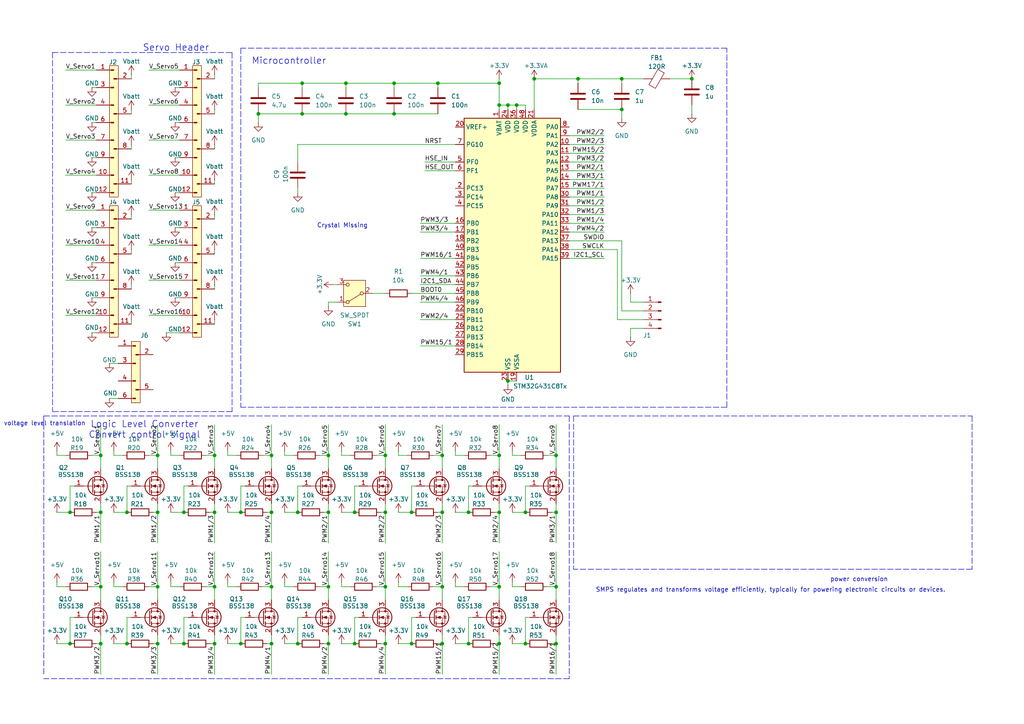
<source format=kicad_sch>
(kicad_sch (version 20231120) (generator "eeschema") (generator_version "8.0")
  (paper "A4")
  (junction (at 53.34 186.69))
  (junction (at 69.85 148.59))
  (junction (at 78.74 148.59))
  (junction (at 45.72 170.18))
  (junction (at 114.3 33.02))
  (junction (at 86.36 186.69))
  (junction (at 86.36 148.59))
  (junction (at 62.23 148.59))
  (junction (at 29.21 148.59))
  (junction (at 111.76 132.08))
  (junction (at 111.76 170.18))
  (junction (at 100.33 24.13))
  (junction (at 102.87 148.59))
  (junction (at 161.29 132.08))
  (junction (at 127 24.13))
  (junction (at 144.78 148.59))
  (junction (at 53.34 148.59))
  (junction (at 45.72 148.59))
  (junction (at 128.27 170.18))
  (junction (at 144.78 186.69))
  (junction (at 128.27 186.69))
  (junction (at 29.21 132.08))
  (junction (at 144.78 170.18))
  (junction (at 95.25 148.59))
  (junction (at 144.78 132.08))
  (junction (at 78.74 132.08))
  (junction (at 62.23 132.08))
  (junction (at 78.74 170.18))
  (junction (at 161.29 186.69))
  (junction (at 45.72 186.69))
  (junction (at 95.25 170.18))
  (junction (at 200.66 22.86))
  (junction (at 149.86 30.48))
  (junction (at 62.23 170.18))
  (junction (at 128.27 132.08))
  (junction (at 161.29 148.59))
  (junction (at 95.25 132.08))
  (junction (at 100.33 33.02))
  (junction (at 20.32 186.69))
  (junction (at 62.23 186.69))
  (junction (at 87.63 24.13))
  (junction (at 111.76 148.59))
  (junction (at 167.64 22.86))
  (junction (at 128.27 148.59))
  (junction (at 95.25 186.69))
  (junction (at 111.76 186.69))
  (junction (at 45.72 132.08))
  (junction (at 119.38 148.59))
  (junction (at 119.38 186.69))
  (junction (at 147.32 110.49))
  (junction (at 69.85 186.69))
  (junction (at 152.4 186.69))
  (junction (at 144.78 24.13))
  (junction (at 78.74 186.69))
  (junction (at 36.83 186.69))
  (junction (at 29.21 170.18))
  (junction (at 180.34 31.75))
  (junction (at 87.63 33.02))
  (junction (at 180.34 22.86))
  (junction (at 135.89 148.59))
  (junction (at 152.4 148.59))
  (junction (at 161.29 170.18))
  (junction (at 74.93 33.02))
  (junction (at 154.94 22.86))
  (junction (at 144.78 30.48))
  (junction (at 147.32 30.48))
  (junction (at 29.21 186.69))
  (junction (at 135.89 186.69))
  (junction (at 20.32 148.59))
  (junction (at 114.3 24.13))
  (junction (at 36.83 148.59))
  (junction (at 102.87 186.69))
  (wire (pts (xy 16.51 148.59) (xy 20.32 148.59)))
  (wire (pts (xy 16.51 186.69) (xy 20.32 186.69)))
  (wire (pts (xy 111.76 170.18) (xy 111.76 173.99)))
  (wire (pts (xy 26.67 45.72) (xy 27.94 45.72)))
  (wire (pts (xy 82.55 132.08) (xy 85.09 132.08)))
  (wire (pts (xy 123.19 46.99) (xy 132.08 46.99)))
  (wire (pts (xy 100.33 24.13) (xy 114.3 24.13)))
  (wire (pts (xy 76.2 132.08) (xy 78.74 132.08)))
  (wire (pts (xy 111.76 146.05) (xy 111.76 148.59)))
  (wire (pts (xy 60.96 148.59) (xy 62.23 148.59)))
  (wire (pts (xy 29.21 123.19) (xy 29.21 132.08)))
  (wire (pts (xy 43.18 50.8) (xy 52.07 50.8)))
  (polyline (pts (xy 210.82 118.11) (xy 69.85 118.11)) (stroke (width 0) (type dash)))
  (wire (pts (xy 43.18 170.18) (xy 45.72 170.18)))
  (wire (pts (xy 43.18 91.44) (xy 52.07 91.44)))
  (wire (pts (xy 62.23 186.69) (xy 62.23 195.58)))
  (wire (pts (xy 74.93 24.13) (xy 87.63 24.13)))
  (wire (pts (xy 76.2 170.18) (xy 78.74 170.18)))
  (wire (pts (xy 128.27 186.69) (xy 128.27 195.58)))
  (wire (pts (xy 165.1 67.31) (xy 175.26 67.31)))
  (wire (pts (xy 62.23 184.15) (xy 62.23 186.69)))
  (wire (pts (xy 29.21 170.18) (xy 29.21 173.99)))
  (wire (pts (xy 161.29 160.02) (xy 161.29 170.18)))
  (wire (pts (xy 43.18 30.48) (xy 52.07 30.48)))
  (wire (pts (xy 74.93 33.02) (xy 74.93 35.56)))
  (wire (pts (xy 78.74 184.15) (xy 78.74 186.69)))
  (wire (pts (xy 45.72 146.05) (xy 45.72 148.59)))
  (wire (pts (xy 142.24 132.08) (xy 144.78 132.08)))
  (polyline (pts (xy 281.94 165.1) (xy 166.37 165.1)) (stroke (width 0) (type dash)))
  (polyline (pts (xy 165.1 196.85) (xy 12.7 196.85)) (stroke (width 0) (type dash)))
  (wire (pts (xy 132.08 130.81) (xy 132.08 132.08)))
  (wire (pts (xy 165.1 74.93) (xy 175.26 74.93)))
  (wire (pts (xy 62.23 146.05) (xy 62.23 148.59)))
  (wire (pts (xy 26.67 25.4) (xy 27.94 25.4)))
  (wire (pts (xy 19.05 20.32) (xy 27.94 20.32)))
  (wire (pts (xy 50.8 25.4) (xy 52.07 25.4)))
  (wire (pts (xy 95.25 148.59) (xy 95.25 157.48)))
  (wire (pts (xy 111.76 184.15) (xy 111.76 186.69)))
  (wire (pts (xy 99.06 130.81) (xy 99.06 132.08)))
  (wire (pts (xy 147.32 110.49) (xy 147.32 111.76)))
  (wire (pts (xy 16.51 170.18) (xy 19.05 170.18)))
  (wire (pts (xy 158.75 132.08) (xy 161.29 132.08)))
  (wire (pts (xy 62.23 22.86) (xy 62.23 21.59)))
  (wire (pts (xy 104.14 179.07) (xy 102.87 179.07)))
  (wire (pts (xy 50.8 76.2) (xy 52.07 76.2)))
  (wire (pts (xy 96.52 82.55) (xy 97.79 82.55)))
  (wire (pts (xy 143.51 186.69) (xy 144.78 186.69)))
  (wire (pts (xy 99.06 186.69) (xy 102.87 186.69)))
  (wire (pts (xy 86.36 41.91) (xy 132.08 41.91)))
  (wire (pts (xy 144.78 30.48) (xy 144.78 31.75)))
  (wire (pts (xy 33.02 132.08) (xy 35.56 132.08)))
  (wire (pts (xy 120.65 140.97) (xy 119.38 140.97)))
  (wire (pts (xy 161.29 132.08) (xy 161.29 135.89)))
  (wire (pts (xy 127 186.69) (xy 128.27 186.69)))
  (wire (pts (xy 19.05 91.44) (xy 27.94 91.44)))
  (wire (pts (xy 152.4 179.07) (xy 152.4 186.69)))
  (wire (pts (xy 132.08 148.59) (xy 135.89 148.59)))
  (wire (pts (xy 165.1 41.91) (xy 175.26 41.91)))
  (wire (pts (xy 66.04 148.59) (xy 69.85 148.59)))
  (wire (pts (xy 144.78 123.19) (xy 144.78 132.08)))
  (wire (pts (xy 121.92 100.33) (xy 132.08 100.33)))
  (wire (pts (xy 182.88 87.63) (xy 186.69 87.63)))
  (wire (pts (xy 82.55 170.18) (xy 85.09 170.18)))
  (wire (pts (xy 128.27 148.59) (xy 128.27 157.48)))
  (wire (pts (xy 86.36 179.07) (xy 86.36 186.69)))
  (wire (pts (xy 165.1 62.23) (xy 175.26 62.23)))
  (wire (pts (xy 114.3 33.02) (xy 127 33.02)))
  (wire (pts (xy 31.75 105.41) (xy 34.29 105.41)))
  (wire (pts (xy 194.31 22.86) (xy 200.66 22.86)))
  (wire (pts (xy 115.57 186.69) (xy 119.38 186.69)))
  (wire (pts (xy 54.61 179.07) (xy 53.34 179.07)))
  (polyline (pts (xy 166.37 120.65) (xy 166.37 165.1)) (stroke (width 0) (type dash)))
  (wire (pts (xy 26.67 170.18) (xy 29.21 170.18)))
  (wire (pts (xy 50.8 55.88) (xy 52.07 55.88)))
  (wire (pts (xy 144.78 184.15) (xy 144.78 186.69)))
  (wire (pts (xy 186.69 95.25) (xy 182.88 95.25)))
  (wire (pts (xy 142.24 170.18) (xy 144.78 170.18)))
  (wire (pts (xy 148.59 130.81) (xy 148.59 132.08)))
  (wire (pts (xy 121.92 87.63) (xy 132.08 87.63)))
  (polyline (pts (xy 165.1 120.65) (xy 165.1 196.85)) (stroke (width 0) (type dash)))
  (wire (pts (xy 33.02 168.91) (xy 33.02 170.18)))
  (wire (pts (xy 165.1 52.07) (xy 175.26 52.07)))
  (wire (pts (xy 167.64 31.75) (xy 180.34 31.75)))
  (wire (pts (xy 49.53 132.08) (xy 52.07 132.08)))
  (wire (pts (xy 137.16 179.07) (xy 135.89 179.07)))
  (wire (pts (xy 20.32 140.97) (xy 20.32 148.59)))
  (wire (pts (xy 62.23 43.18) (xy 62.23 41.91)))
  (wire (pts (xy 38.1 83.82) (xy 38.1 82.55)))
  (wire (pts (xy 121.92 74.93) (xy 132.08 74.93)))
  (wire (pts (xy 69.85 140.97) (xy 69.85 148.59)))
  (wire (pts (xy 165.1 57.15) (xy 175.26 57.15)))
  (wire (pts (xy 115.57 168.91) (xy 115.57 170.18)))
  (polyline (pts (xy 67.31 119.38) (xy 15.24 119.38)) (stroke (width 0) (type dash)))
  (wire (pts (xy 147.32 30.48) (xy 149.86 30.48)))
  (wire (pts (xy 93.98 186.69) (xy 95.25 186.69)))
  (wire (pts (xy 53.34 179.07) (xy 53.34 186.69)))
  (wire (pts (xy 95.25 87.63) (xy 97.79 87.63)))
  (wire (pts (xy 86.36 140.97) (xy 86.36 148.59)))
  (wire (pts (xy 115.57 130.81) (xy 115.57 132.08)))
  (wire (pts (xy 95.25 88.9) (xy 95.25 87.63)))
  (wire (pts (xy 99.06 168.91) (xy 99.06 170.18)))
  (wire (pts (xy 20.32 179.07) (xy 20.32 186.69)))
  (wire (pts (xy 62.23 148.59) (xy 62.23 157.48)))
  (wire (pts (xy 62.23 123.19) (xy 62.23 132.08)))
  (wire (pts (xy 179.07 92.71) (xy 186.69 92.71)))
  (wire (pts (xy 69.85 179.07) (xy 69.85 186.69)))
  (wire (pts (xy 50.8 45.72) (xy 52.07 45.72)))
  (wire (pts (xy 87.63 24.13) (xy 100.33 24.13)))
  (wire (pts (xy 44.45 148.59) (xy 45.72 148.59)))
  (polyline (pts (xy 12.7 120.65) (xy 165.1 120.65)) (stroke (width 0) (type dash)))
  (wire (pts (xy 149.86 30.48) (xy 152.4 30.48)))
  (wire (pts (xy 119.38 140.97) (xy 119.38 148.59)))
  (wire (pts (xy 144.78 146.05) (xy 144.78 148.59)))
  (wire (pts (xy 95.25 146.05) (xy 95.25 148.59)))
  (wire (pts (xy 43.18 132.08) (xy 45.72 132.08)))
  (wire (pts (xy 49.53 186.69) (xy 53.34 186.69)))
  (wire (pts (xy 92.71 132.08) (xy 95.25 132.08)))
  (wire (pts (xy 43.18 40.64) (xy 52.07 40.64)))
  (wire (pts (xy 144.78 160.02) (xy 144.78 170.18)))
  (wire (pts (xy 127 148.59) (xy 128.27 148.59)))
  (wire (pts (xy 153.67 179.07) (xy 152.4 179.07)))
  (wire (pts (xy 59.69 170.18) (xy 62.23 170.18)))
  (wire (pts (xy 180.34 22.86) (xy 167.64 22.86)))
  (wire (pts (xy 38.1 53.34) (xy 38.1 52.07)))
  (polyline (pts (xy 12.7 120.65) (xy 12.7 195.58)) (stroke (width 0) (type dash)))
  (wire (pts (xy 49.53 130.81) (xy 49.53 132.08)))
  (wire (pts (xy 182.88 95.25) (xy 182.88 97.79)))
  (wire (pts (xy 143.51 148.59) (xy 144.78 148.59)))
  (polyline (pts (xy 15.24 15.24) (xy 67.31 15.24)) (stroke (width 0) (type dash)))
  (wire (pts (xy 161.29 170.18) (xy 161.29 173.99)))
  (wire (pts (xy 54.61 140.97) (xy 53.34 140.97)))
  (wire (pts (xy 78.74 146.05) (xy 78.74 148.59)))
  (wire (pts (xy 21.59 179.07) (xy 20.32 179.07)))
  (wire (pts (xy 27.94 148.59) (xy 29.21 148.59)))
  (polyline (pts (xy 210.82 118.11) (xy 210.82 13.97)) (stroke (width 0) (type dash)))
  (wire (pts (xy 160.02 186.69) (xy 161.29 186.69)))
  (wire (pts (xy 180.34 90.17) (xy 180.34 69.85)))
  (wire (pts (xy 95.25 123.19) (xy 95.25 132.08)))
  (wire (pts (xy 78.74 186.69) (xy 78.74 195.58)))
  (wire (pts (xy 154.94 22.86) (xy 154.94 31.75)))
  (wire (pts (xy 144.78 148.59) (xy 144.78 157.48)))
  (wire (pts (xy 121.92 64.77) (xy 132.08 64.77)))
  (wire (pts (xy 33.02 148.59) (xy 36.83 148.59)))
  (wire (pts (xy 78.74 148.59) (xy 78.74 157.48)))
  (wire (pts (xy 182.88 85.09) (xy 182.88 87.63)))
  (wire (pts (xy 43.18 20.32) (xy 52.07 20.32)))
  (polyline (pts (xy 67.31 15.24) (xy 67.31 119.38)) (stroke (width 0) (type dash)))
  (wire (pts (xy 82.55 168.91) (xy 82.55 170.18)))
  (wire (pts (xy 121.92 80.01) (xy 132.08 80.01)))
  (wire (pts (xy 135.89 140.97) (xy 135.89 148.59)))
  (wire (pts (xy 115.57 132.08) (xy 118.11 132.08)))
  (wire (pts (xy 38.1 179.07) (xy 36.83 179.07)))
  (wire (pts (xy 71.12 140.97) (xy 69.85 140.97)))
  (wire (pts (xy 19.05 60.96) (xy 27.94 60.96)))
  (wire (pts (xy 102.87 140.97) (xy 102.87 148.59)))
  (wire (pts (xy 66.04 132.08) (xy 68.58 132.08)))
  (wire (pts (xy 62.23 73.66) (xy 62.23 72.39)))
  (wire (pts (xy 43.18 71.12) (xy 52.07 71.12)))
  (wire (pts (xy 87.63 179.07) (xy 86.36 179.07)))
  (wire (pts (xy 44.45 186.69) (xy 45.72 186.69)))
  (wire (pts (xy 95.25 132.08) (xy 95.25 135.89)))
  (wire (pts (xy 152.4 140.97) (xy 152.4 148.59)))
  (wire (pts (xy 62.23 53.34) (xy 62.23 52.07)))
  (wire (pts (xy 92.71 170.18) (xy 95.25 170.18)))
  (wire (pts (xy 19.05 30.48) (xy 27.94 30.48)))
  (wire (pts (xy 121.92 82.55) (xy 132.08 82.55)))
  (wire (pts (xy 127 25.4) (xy 127 24.13)))
  (wire (pts (xy 111.76 132.08) (xy 111.76 135.89)))
  (wire (pts (xy 180.34 22.86) (xy 186.69 22.86)))
  (wire (pts (xy 200.66 30.48) (xy 200.66 33.02)))
  (wire (pts (xy 107.95 85.09) (xy 111.76 85.09)))
  (wire (pts (xy 165.1 46.99) (xy 175.26 46.99)))
  (wire (pts (xy 165.1 59.69) (xy 175.26 59.69)))
  (wire (pts (xy 144.78 186.69) (xy 144.78 195.58)))
  (polyline (pts (xy 69.85 13.97) (xy 69.85 118.11)) (stroke (width 0) (type dash)))
  (wire (pts (xy 33.02 170.18) (xy 35.56 170.18)))
  (wire (pts (xy 152.4 30.48) (xy 152.4 31.75)))
  (wire (pts (xy 60.96 186.69) (xy 62.23 186.69)))
  (wire (pts (xy 38.1 33.02) (xy 38.1 31.75)))
  (wire (pts (xy 111.76 123.19) (xy 111.76 132.08)))
  (wire (pts (xy 29.21 132.08) (xy 29.21 135.89)))
  (wire (pts (xy 74.93 33.02) (xy 87.63 33.02)))
  (wire (pts (xy 26.67 76.2) (xy 27.94 76.2)))
  (wire (pts (xy 102.87 179.07) (xy 102.87 186.69)))
  (wire (pts (xy 160.02 148.59) (xy 161.29 148.59)))
  (wire (pts (xy 50.8 86.36) (xy 52.07 86.36)))
  (wire (pts (xy 109.22 170.18) (xy 111.76 170.18)))
  (wire (pts (xy 45.72 132.08) (xy 45.72 135.89)))
  (wire (pts (xy 180.34 31.75) (xy 180.34 30.48)))
  (wire (pts (xy 45.72 160.02) (xy 45.72 170.18)))
  (wire (pts (xy 144.78 170.18) (xy 144.78 173.99)))
  (wire (pts (xy 38.1 93.98) (xy 38.1 92.71)))
  (wire (pts (xy 165.1 69.85) (xy 180.34 69.85)))
  (wire (pts (xy 148.59 132.08) (xy 151.13 132.08)))
  (wire (pts (xy 165.1 49.53) (xy 175.26 49.53)))
  (wire (pts (xy 74.93 25.4) (xy 74.93 24.13)))
  (wire (pts (xy 43.18 81.28) (xy 52.07 81.28)))
  (wire (pts (xy 132.08 186.69) (xy 135.89 186.69)))
  (wire (pts (xy 82.55 130.81) (xy 82.55 132.08)))
  (wire (pts (xy 165.1 64.77) (xy 175.26 64.77)))
  (wire (pts (xy 132.08 132.08) (xy 134.62 132.08)))
  (wire (pts (xy 148.59 186.69) (xy 152.4 186.69)))
  (wire (pts (xy 45.72 184.15) (xy 45.72 186.69)))
  (wire (pts (xy 95.25 160.02) (xy 95.25 170.18)))
  (wire (pts (xy 99.06 148.59) (xy 102.87 148.59)))
  (wire (pts (xy 19.05 81.28) (xy 27.94 81.28)))
  (wire (pts (xy 165.1 54.61) (xy 175.26 54.61)))
  (wire (pts (xy 161.29 186.69) (xy 161.29 195.58)))
  (wire (pts (xy 31.75 115.57) (xy 34.29 115.57)))
  (wire (pts (xy 120.65 179.07) (xy 119.38 179.07)))
  (wire (pts (xy 38.1 22.86) (xy 38.1 21.59)))
  (wire (pts (xy 29.21 146.05) (xy 29.21 148.59)))
  (wire (pts (xy 29.21 160.02) (xy 29.21 170.18)))
  (wire (pts (xy 26.67 66.04) (xy 27.94 66.04)))
  (wire (pts (xy 148.59 148.59) (xy 152.4 148.59)))
  (wire (pts (xy 71.12 179.07) (xy 69.85 179.07)))
  (wire (pts (xy 125.73 170.18) (xy 128.27 170.18)))
  (wire (pts (xy 87.63 33.02) (xy 100.33 33.02)))
  (wire (pts (xy 128.27 146.05) (xy 128.27 148.59)))
  (wire (pts (xy 109.22 132.08) (xy 111.76 132.08)))
  (wire (pts (xy 77.47 186.69) (xy 78.74 186.69)))
  (wire (pts (xy 78.74 170.18) (xy 78.74 173.99)))
  (wire (pts (xy 82.55 186.69) (xy 86.36 186.69)))
  (wire (pts (xy 100.33 24.13) (xy 100.33 25.4)))
  (wire (pts (xy 128.27 170.18) (xy 128.27 173.99)))
  (wire (pts (xy 16.51 132.08) (xy 19.05 132.08)))
  (wire (pts (xy 121.92 67.31) (xy 132.08 67.31)))
  (wire (pts (xy 180.34 24.13) (xy 180.34 22.86)))
  (wire (pts (xy 114.3 24.13) (xy 114.3 25.4)))
  (wire (pts (xy 26.67 96.52) (xy 27.94 96.52)))
  (wire (pts (xy 128.27 132.08) (xy 128.27 135.89)))
  (wire (pts (xy 144.78 132.08) (xy 144.78 135.89)))
  (wire (pts (xy 50.8 35.56) (xy 52.07 35.56)))
  (wire (pts (xy 111.76 160.02) (xy 111.76 170.18)))
  (wire (pts (xy 45.72 186.69) (xy 45.72 195.58)))
  (wire (pts (xy 167.64 22.86) (xy 154.94 22.86)))
  (wire (pts (xy 95.25 170.18) (xy 95.25 173.99)))
  (wire (pts (xy 29.21 184.15) (xy 29.21 186.69)))
  (wire (pts (xy 19.05 40.64) (xy 27.94 40.64)))
  (wire (pts (xy 99.06 170.18) (xy 101.6 170.18)))
  (wire (pts (xy 165.1 44.45) (xy 175.26 44.45)))
  (wire (pts (xy 38.1 140.97) (xy 36.83 140.97)))
  (wire (pts (xy 110.49 148.59) (xy 111.76 148.59)))
  (wire (pts (xy 33.02 130.81) (xy 33.02 132.08)))
  (wire (pts (xy 49.53 148.59) (xy 53.34 148.59)))
  (wire (pts (xy 147.32 30.48) (xy 147.32 31.75)))
  (wire (pts (xy 87.63 24.13) (xy 87.63 25.4)))
  (wire (pts (xy 127 24.13) (xy 144.78 24.13)))
  (wire (pts (xy 62.23 83.82) (xy 62.23 82.55)))
  (wire (pts (xy 48.26 96.52) (xy 52.07 96.52)))
  (wire (pts (xy 99.06 132.08) (xy 101.6 132.08)))
  (polyline (pts (xy 281.94 120.65) (xy 281.94 165.1)) (stroke (width 0) (type dash)))
  (wire (pts (xy 29.21 186.69) (xy 29.21 195.58)))
  (wire (pts (xy 62.23 33.02) (xy 62.23 31.75)))
  (polyline (pts (xy 210.82 13.97) (xy 69.85 13.97)) (stroke (width 0) (type dash)))
  (wire (pts (xy 95.25 186.69) (xy 95.25 195.58)))
  (wire (pts (xy 161.29 148.59) (xy 161.29 157.48)))
  (wire (pts (xy 26.67 55.88) (xy 27.94 55.88)))
  (wire (pts (xy 135.89 179.07) (xy 135.89 186.69)))
  (wire (pts (xy 62.23 63.5) (xy 62.23 62.23)))
  (wire (pts (xy 87.63 140.97) (xy 86.36 140.97)))
  (wire (pts (xy 119.38 179.07) (xy 119.38 186.69)))
  (wire (pts (xy 66.04 130.81) (xy 66.04 132.08)))
  (wire (pts (xy 38.1 43.18) (xy 38.1 41.91)))
  (wire (pts (xy 121.92 92.71) (xy 132.08 92.71)))
  (wire (pts (xy 16.51 168.91) (xy 16.51 170.18)))
  (wire (pts (xy 161.29 146.05) (xy 161.29 148.59)))
  (wire (pts (xy 62.23 93.98) (xy 62.23 92.71)))
  (wire (pts (xy 45.72 148.59) (xy 45.72 157.48)))
  (wire (pts (xy 93.98 148.59) (xy 95.25 148.59)))
  (wire (pts (xy 33.02 186.69) (xy 36.83 186.69)))
  (wire (pts (xy 45.72 170.18) (xy 45.72 173.99)))
  (wire (pts (xy 167.64 22.86) (xy 167.64 24.13)))
  (wire (pts (xy 53.34 140.97) (xy 53.34 148.59)))
  (wire (pts (xy 77.47 148.59) (xy 78.74 148.59)))
  (wire (pts (xy 115.57 148.59) (xy 119.38 148.59)))
  (wire (pts (xy 59.69 132.08) (xy 62.23 132.08)))
  (wire (pts (xy 38.1 63.5) (xy 38.1 62.23)))
  (wire (pts (xy 49.53 170.18) (xy 52.07 170.18)))
  (wire (pts (xy 132.08 170.18) (xy 134.62 170.18)))
  (wire (pts (xy 114.3 24.13) (xy 127 24.13)))
  (wire (pts (xy 26.67 132.08) (xy 29.21 132.08)))
  (wire (pts (xy 66.04 170.18) (xy 68.58 170.18)))
  (wire (pts (xy 110.49 186.69) (xy 111.76 186.69)))
  (wire (pts (xy 36.83 140.97) (xy 36.83 148.59)))
  (wire (pts (xy 104.14 140.97) (xy 102.87 140.97)))
  (wire (pts (xy 19.05 71.12) (xy 27.94 71.12)))
  (wire (pts (xy 148.59 170.18) (xy 151.13 170.18)))
  (polyline (pts (xy 15.24 15.24) (xy 15.24 119.38)) (stroke (width 0) (type dash)))
  (wire (pts (xy 78.74 123.19) (xy 78.74 132.08)))
  (wire (pts (xy 50.8 66.04) (xy 52.07 66.04)))
  (wire (pts (xy 45.72 123.19) (xy 45.72 132.08)))
  (wire (pts (xy 111.76 148.59) (xy 111.76 157.48)))
  (wire (pts (xy 137.16 140.97) (xy 135.89 140.97)))
  (wire (pts (xy 153.67 140.97) (xy 152.4 140.97)))
  (wire (pts (xy 95.25 184.15) (xy 95.25 186.69)))
  (wire (pts (xy 27.94 186.69) (xy 29.21 186.69)))
  (wire (pts (xy 36.83 179.07) (xy 36.83 186.69)))
  (wire (pts (xy 86.36 54.61) (xy 86.36 55.88)))
  (wire (pts (xy 119.38 85.09) (xy 132.08 85.09)))
  (wire (pts (xy 128.27 184.15) (xy 128.27 186.69)))
  (wire (pts (xy 78.74 160.02) (xy 78.74 170.18)))
  (wire (pts (xy 132.08 168.91) (xy 132.08 170.18)))
  (wire (pts (xy 43.18 60.96) (xy 52.07 60.96)))
  (wire (pts (xy 49.53 168.91) (xy 49.53 170.18)))
  (wire (pts (xy 111.76 186.69) (xy 111.76 195.58)))
  (wire (pts (xy 158.75 170.18) (xy 161.29 170.18)))
  (wire (pts (xy 38.1 73.66) (xy 38.1 72.39)))
  (wire (pts (xy 66.04 186.69) (xy 69.85 186.69)))
  (wire (pts (xy 66.04 168.91) (xy 66.04 170.18)))
  (wire (pts (xy 62.23 160.02) (xy 62.23 170.18)))
  (wire (pts (xy 16.51 130.81) (xy 16.51 132.08)))
  (wire (pts (xy 144.78 30.48) (xy 147.32 30.48)))
  (wire (pts (xy 78.74 132.08) (xy 78.74 135.89)))
  (wire (pts (xy 165.1 39.37) (xy 175.26 39.37)))
  (polyline (pts (xy 166.37 120.65) (xy 281.94 120.65)) (stroke (width 0) (type dash)))
  (wire (pts (xy 165.1 72.39) (xy 179.07 72.39)))
  (wire (pts (xy 26.67 86.36) (xy 27.94 86.36)))
  (wire (pts (xy 86.36 41.91) (xy 86.36 46.99)))
  (wire (pts (xy 128.27 160.02) (xy 128.27 170.18)))
  (wire (pts (xy 144.78 24.13) (xy 144.78 22.86)))
  (wire (pts (xy 19.05 50.8) (xy 27.94 50.8)))
  (wire (pts (xy 100.33 33.02) (xy 114.3 33.02)))
  (wire (pts (xy 21.59 140.97) (xy 20.32 140.97)))
  (wire (pts (xy 29.21 148.59) (xy 29.21 157.48)))
  (wire (pts (xy 62.23 132.08) (xy 62.23 135.89)))
  (wire (pts (xy 115.57 170.18) (xy 118.11 170.18)))
  (wire (pts (xy 161.29 123.19) (xy 161.29 132.08)))
  (wire (pts (xy 147.32 110.49) (xy 149.86 110.49)))
  (wire (pts (xy 180.34 34.29) (xy 180.34 31.75)))
  (wire (pts (xy 62.23 170.18) (xy 62.23 173.99)))
  (wire (pts (xy 125.73 132.08) (xy 128.27 132.08)))
  (wire (pts (xy 180.34 90.17) (xy 186.69 90.17)))
  (wire (pts (xy 149.86 30.48) (xy 149.86 31.75)))
  (wire (pts (xy 123.19 49.53) (xy 132.08 49.53)))
  (wire (pts (xy 128.27 123.19) (xy 128.27 132.08)))
  (wire (pts (xy 179.07 92.71) (xy 179.07 72.39)))
  (wire (pts (xy 144.78 24.13) (xy 144.78 30.48)))
  (wire (pts (xy 161.29 184.15) (xy 161.29 186.69)))
  (wire (pts (xy 82.55 148.59) (xy 86.36 148.59)))
  (wire (pts (xy 148.59 168.91) (xy 148.59 170.18)))
  (wire (pts (xy 26.67 35.56) (xy 27.94 35.56)))
  (text "SMPS regulates and transforms voltage efficiently, typically for powering electronic circuits or devices." (at 223.52 171.196 0) (effects (font (size 1.27 1.27))))
  (text "Servo Header\n" (at 51.054 13.97 0) (effects (font (size 1.905 1.905))))
  (text "voltage level translation " (at 13.462 122.936 0) (effects (font (size 1.27 1.27))))
  (text "Logic Level Converter\nConvert control signal\n\n" (at 41.91 126.238 0) (effects (font (size 1.905 1.905))))
  (text "power conversion" (at 249.174 168.148 0) (effects (font (size 1.27 1.27))))
  (text "Crystal Missing\n\n" (at 99.314 66.548 0) (effects (font (size 1.27 1.27))))
  (text "Microcontroller\n" (at 83.82 17.78 0) (effects (font (size 1.905 1.905))))
  (label "V_Servo2" (at 45.72 123.19 270))
  (label "HSE_OUT" (at 123.19 49.53 0))
  (label "V_Servo15" (at 43.18 81.28 0))
  (label "V_Servo4" (at 78.74 123.19 270))
  (label "V_Servo3" (at 62.23 123.19 270))
  (label "PWM15{slash}2" (at 175.26 44.45 180))
  (label "V_Servo14" (at 43.18 71.12 0))
  (label "PWM2{slash}2" (at 175.26 39.37 180))
  (label "PWM4{slash}2" (at 95.25 195.58 90))
  (label "PWM3{slash}3" (at 45.72 195.58 90))
  (label "V_Servo9" (at 161.29 123.19 270))
  (label "V_Servo15" (at 111.76 160.02 270))
  (label "V_Servo17" (at 144.78 160.02 270))
  (label "PWM1{slash}2" (at 45.72 157.48 90))
  (label "V_Servo7" (at 128.27 123.19 270))
  (label "V_Servo18" (at 161.29 160.02 270))
  (label "PWM15{slash}2" (at 144.78 195.58 90))
  (label "PWM3{slash}2" (at 29.21 195.58 90))
  (label "V_Servo14" (at 95.25 160.02 270))
  (label "PWM1{slash}1" (at 175.26 57.15 180))
  (label "PWM1{slash}4" (at 175.26 64.77 180))
  (label "V_Servo16" (at 128.27 160.02 270))
  (label "V_Servo6" (at 111.76 123.19 270))
  (label "PWM2{slash}3" (at 175.26 41.91 180))
  (label "PWM2{slash}2" (at 111.76 157.48 90))
  (label "NRST" (at 123.19 41.91 0))
  (label "SWDIO" (at 175.26 69.85 180))
  (label "PWM4{slash}4" (at 121.92 87.63 0))
  (label "PWM3{slash}1" (at 161.29 157.48 90))
  (label "PWM1{slash}3" (at 62.23 157.48 90))
  (label "PWM1{slash}2" (at 175.26 59.69 180))
  (label "BOOT0" (at 121.92 85.09 0))
  (label "V_Servo6" (at 43.18 30.48 0))
  (label "V_Servo1" (at 19.05 20.32 0))
  (label "V_Servo9" (at 19.05 60.96 0))
  (label "V_Servo11" (at 19.05 81.28 0))
  (label "HSE_IN" (at 123.19 46.99 0))
  (label "V_Servo12" (at 19.05 91.44 0))
  (label "PWM1{slash}1" (at 29.21 157.48 90))
  (label "PWM2{slash}1" (at 95.25 157.48 90))
  (label "PWM17{slash}1" (at 175.26 54.61 180))
  (label "PWM4{slash}1" (at 121.92 80.01 0))
  (label "PWM4{slash}2" (at 175.26 67.31 180))
  (label "V_Servo8" (at 43.18 50.8 0))
  (label "V_Servo2" (at 19.05 30.48 0))
  (label "PWM3{slash}3" (at 121.92 64.77 0))
  (label "V_Servo12" (at 62.23 160.02 270))
  (label "PWM3{slash}1" (at 175.26 52.07 180))
  (label "V_Servo3" (at 19.05 40.64 0))
  (label "V_Servo8" (at 144.78 123.19 270))
  (label "PWM2{slash}1" (at 175.26 49.53 180))
  (label "V_Servo16" (at 43.18 91.44 0))
  (label "PWM2{slash}3" (at 128.27 157.48 90))
  (label "PWM4{slash}1" (at 78.74 195.58 90))
  (label "PWM1{slash}4" (at 78.74 157.48 90))
  (label "PWM3{slash}4" (at 121.92 67.31 0))
  (label "I2C1_SCL" (at 175.26 74.93 180))
  (label "V_Servo13" (at 78.74 160.02 270))
  (label "PWM3{slash}4" (at 62.23 195.58 90))
  (label "PWM4{slash}4" (at 111.76 195.58 90))
  (label "PWM2{slash}4" (at 121.92 92.71 0))
  (label "PWM2{slash}4" (at 144.78 157.48 90))
  (label "V_Servo10" (at 29.21 160.02 270))
  (label "V_Servo7" (at 43.18 40.64 0))
  (label "PWM16{slash}1" (at 161.29 195.58 90))
  (label "V_Servo10" (at 19.05 71.12 0))
  (label "SWCLK" (at 175.26 72.39 180))
  (label "PWM3{slash}2" (at 175.26 46.99 180))
  (label "PWM15{slash}1" (at 128.27 195.58 90))
  (label "V_Servo4" (at 19.05 50.8 0))
  (label "V_Servo1" (at 29.21 123.19 270))
  (label "V_Servo13" (at 43.18 60.96 0))
  (label "V_Servo5" (at 95.25 123.19 270))
  (label "PWM1{slash}3" (at 175.26 62.23 180))
  (label "PWM15{slash}1" (at 121.92 100.33 0))
  (label "PWM16{slash}1" (at 121.92 74.93 0))
  (label "V_Servo5" (at 43.18 20.32 0))
  (label "V_Servo11" (at 45.72 160.02 270))
  (label "I2C1_SDA" (at 121.92 82.55 0))
  (symbol (lib_id "power:+3.3V") (at 33.02 148.59 0) (mirror y) (unit 1)
    (property "Reference" "#PWR048" (effects (hide yes)))
    (property "Value" "+3.3V" (at 33.02 144.78 0))
    (property "Description" "Power symbol creates a global label with name \"+3.3V\"" (effects (hide yes)))
  )
  (symbol (lib_id "Transistor_FET:BSS138") (at 43.18 140.97 0) (unit 1)
    (property "Reference" "Q1" (at 33.528 135.6361 0) (effects (justify left)))
    (property "Value" "BSS138" (at 33.274 137.668 0) (effects (justify left)))
    (property "Footprint" "Package_TO_SOT_SMD:SOT-23" (effects (hide yes)))
    (property "Datasheet" "https://www.onsemi.com/pub/Collateral/BSS138-D.PDF" (effects (hide yes)))
    (property "Description" "50V Vds, 0.22A Id, N-Channel MOSFET, SOT-23" (effects (hide yes)))
  )
  (symbol (lib_id "Device:R") (at 121.92 170.18 270) (mirror x) (unit 1)
    (property "Reference" "R48" (at 123.317 168.021 90) (effects (justify right)))
    (property "Value" "10k" (at 123.317 165.481 90) (effects (justify right)))
    (property "Description" "Resistor" (effects (hide yes)))
  )
  (symbol (lib_id "power:+9V") (at 148.59 168.91 0) (mirror y) (unit 1)
    (property "Reference" "#PWR079" (effects (hide yes)))
    (property "Value" "+5V" (at 148.59 163.83 0))
    (property "Description" "Power symbol creates a global label with name \"+9V\"" (effects (hide yes)))
  )
  (symbol (lib_id "power:GND") (at 50.8 35.56 0) (unit 1)
    (property "Reference" "#PWR014" (effects (hide yes)))
    (property "Value" "GND" (at 50.8 34.29 0))
    (property "Description" "Power symbol creates a global label with name \"GND\" , ground" (effects (hide yes)))
  )
  (symbol (lib_id "power:+3.3V") (at 33.02 186.69 0) (mirror y) (unit 1)
    (property "Reference" "#PWR066" (effects (hide yes)))
    (property "Value" "+3.3V" (at 33.02 182.88 0))
    (property "Description" "Power symbol creates a global label with name \"+3.3V\"" (effects (hide yes)))
  )
  (symbol (lib_id "Device:FerriteBead") (at 190.5 22.86 90) (unit 1)
    (property "Reference" "FB1" (at 190.5 16.764 90))
    (property "Value" "120R" (at 190.5 19.304 90))
    (property "Description" "Ferrite bead" (effects (hide yes)))
  )
  (symbol (lib_id "Transistor_FET:BSS138") (at 158.75 140.97 0) (unit 1)
    (property "Reference" "Q9" (at 149.098 135.6361 0) (effects (justify left)))
    (property "Value" "BSS138" (at 148.844 137.668 0) (effects (justify left)))
    (property "Footprint" "Package_TO_SOT_SMD:SOT-23" (effects (hide yes)))
    (property "Datasheet" "https://www.onsemi.com/pub/Collateral/BSS138-D.PDF" (effects (hide yes)))
    (property "Description" "50V Vds, 0.22A Id, N-Channel MOSFET, SOT-23" (effects (hide yes)))
  )
  (symbol (lib_id "Device:C") (at 87.63 29.21 0) (unit 1)
    (property "Reference" "C4" (at 91.44 27.9399 0) (effects (justify left)))
    (property "Value" "100n" (at 91.44 30.4799 0) (effects (justify left)))
    (property "Description" "Unpolarized capacitor" (effects (hide yes)))
  )
  (symbol (lib_id "Device:R") (at 57.15 186.69 270) (mirror x) (unit 1)
    (property "Reference" "R41" (at 58.293 184.277 90) (effects (justify right)))
    (property "Value" "10k" (at 58.293 181.737 90) (effects (justify right)))
    (property "Description" "Resistor" (effects (hide yes)))
  )
  (symbol (lib_id "power:+9V") (at 49.53 130.81 0) (mirror y) (unit 1)
    (property "Reference" "#PWR049" (effects (hide yes)))
    (property "Value" "+5V" (at 49.53 125.73 0))
    (property "Description" "Power symbol creates a global label with name \"+9V\"" (effects (hide yes)))
  )
  (symbol (lib_id "Device:C") (at 86.36 50.8 180) (unit 1)
    (property "Reference" "C9" (at 80.264 50.546 90))
    (property "Value" "100n" (at 82.804 50.546 90))
    (property "Description" "Unpolarized capacitor" (effects (hide yes)))
  )
  (symbol (lib_id "Device:R") (at 105.41 170.18 270) (mirror x) (unit 1)
    (property "Reference" "R46" (at 106.807 168.021 90) (effects (justify right)))
    (property "Value" "10k" (at 106.807 165.481 90) (effects (justify right)))
    (property "Description" "Resistor" (effects (hide yes)))
  )
  (symbol (lib_id "Device:R") (at 22.86 132.08 270) (mirror x) (unit 1)
    (property "Reference" "R19" (at 24.257 129.921 90) (effects (justify right)))
    (property "Value" "10k" (at 24.257 127.381 90) (effects (justify right)))
    (property "Description" "Resistor" (effects (hide yes)))
  )
  (symbol (lib_id "Device:R") (at 105.41 132.08 270) (mirror x) (unit 1)
    (property "Reference" "R28" (at 106.807 129.921 90) (effects (justify right)))
    (property "Value" "10k" (at 106.807 127.381 90) (effects (justify right)))
    (property "Description" "Resistor" (effects (hide yes)))
  )
  (symbol (lib_id "power:+3.3V") (at 99.06 186.69 0) (mirror y) (unit 1)
    (property "Reference" "#PWR074" (effects (hide yes)))
    (property "Value" "+3.3V" (at 99.06 182.88 0))
    (property "Description" "Power symbol creates a global label with name \"+3.3V\"" (effects (hide yes)))
  )
  (symbol (lib_id "Device:R") (at 90.17 148.59 270) (mirror x) (unit 1)
    (property "Reference" "R27" (at 91.313 146.177 90) (effects (justify right)))
    (property "Value" "10k" (at 91.313 143.637 90) (effects (justify right)))
    (property "Description" "Resistor" (effects (hide yes)))
  )
  (symbol (lib_id "power:GND") (at 50.8 76.2 0) (unit 1)
    (property "Reference" "#PWR039" (effects (hide yes)))
    (property "Value" "GND" (at 50.8 74.93 0))
    (property "Description" "Power symbol creates a global label with name \"GND\" , ground" (effects (hide yes)))
  )
  (symbol (lib_id "Device:R") (at 88.9 132.08 270) (mirror x) (unit 1)
    (property "Reference" "R26" (at 90.297 129.921 90) (effects (justify right)))
    (property "Value" "10k" (at 90.297 127.381 90) (effects (justify right)))
    (property "Description" "Resistor" (effects (hide yes)))
  )
  (symbol (lib_id "power:+3.3V") (at 115.57 186.69 0) (mirror y) (unit 1)
    (property "Reference" "#PWR076" (effects (hide yes)))
    (property "Value" "+3.3V" (at 115.57 182.88 0))
    (property "Description" "Power symbol creates a global label with name \"+3.3V\"" (effects (hide yes)))
  )
  (symbol (lib_id "Device:R") (at 40.64 148.59 270) (mirror x) (unit 1)
    (property "Reference" "R21" (at 41.783 146.177 90) (effects (justify right)))
    (property "Value" "10k" (at 41.783 143.637 90) (effects (justify right)))
    (property "Description" "Resistor" (effects (hide yes)))
  )
  (symbol (lib_id "power:GND") (at 50.8 25.4 0) (unit 1)
    (property "Reference" "#PWR013" (effects (hide yes)))
    (property "Value" "GND" (at 50.8 24.13 0))
    (property "Description" "Power symbol creates a global label with name \"GND\" , ground" (effects (hide yes)))
  )
  (symbol (lib_id "power:+3.3V") (at 38.1 21.59 0) (unit 1)
    (property "Reference" "#PWR029" (effects (hide yes)))
    (property "Value" "Vbatt" (at 38.1 17.78 0))
    (property "Description" "Power symbol creates a global label with name \"+3.3V\"" (effects (hide yes)))
  )
  (symbol (lib_id "power:GND") (at 180.34 34.29 0) (unit 1)
    (property "Reference" "#PWR05" (effects (hide yes)))
    (property "Value" "GND" (at 180.34 39.37 0))
    (property "Description" "Power symbol creates a global label with name \"GND\" , ground" (effects (hide yes)))
  )
  (symbol (lib_id "power:+9V") (at 66.04 130.81 0) (mirror y) (unit 1)
    (property "Reference" "#PWR051" (effects (hide yes)))
    (property "Value" "+5V" (at 66.04 125.73 0))
    (property "Description" "Power symbol creates a global label with name \"+9V\"" (effects (hide yes)))
  )
  (symbol (lib_name "Conn_01x03_Pin_3") (lib_id "Connector:Conn_01x03_Pin") (at 68.58 74.93 0) (unit 1)
    (property "Reference" "J5" (at 56.896 58.674 0))
    (property "Value" "Conn_01x12_seperated" (effects (hide yes)))
    (property "Description" "Generic connector, single row, 03pinsx4times , script generated" (effects (hide yes)))
  )
  (symbol (lib_id "Connector:Conn_01x04_Pin") (at 191.77 90.17 0) (mirror y) (unit 1)
    (property "Reference" "J1" (at 187.706 97.282 0))
    (property "Value" "Conn_01x04_Pin" (effects (hide yes)))
    (property "Description" "Generic connector, single row, 01x04, script generated" (effects (hide yes)))
  )
  (symbol (lib_id "power:+9V") (at 49.53 168.91 0) (mirror y) (unit 1)
    (property "Reference" "#PWR067" (effects (hide yes)))
    (property "Value" "+5V" (at 49.53 163.83 0))
    (property "Description" "Power symbol creates a global label with name \"+9V\"" (effects (hide yes)))
  )
  (symbol (lib_id "Device:R") (at 57.15 148.59 270) (mirror x) (unit 1)
    (property "Reference" "R23" (at 58.293 146.177 90) (effects (justify right)))
    (property "Value" "10k" (at 58.293 143.637 90) (effects (justify right)))
    (property "Description" "Resistor" (effects (hide yes)))
  )
  (symbol (lib_id "Device:R") (at 106.68 186.69 270) (mirror x) (unit 1)
    (property "Reference" "R47" (at 107.823 184.277 90) (effects (justify right)))
    (property "Value" "10k" (at 107.823 181.737 90) (effects (justify right)))
    (property "Description" "Resistor" (effects (hide yes)))
  )
  (symbol (lib_id "power:+9V") (at 33.02 168.91 0) (mirror y) (unit 1)
    (property "Reference" "#PWR065" (effects (hide yes)))
    (property "Value" "+5V" (at 33.02 163.83 0))
    (property "Description" "Power symbol creates a global label with name \"+9V\"" (effects (hide yes)))
  )
  (symbol (lib_id "power:+3.3V") (at 62.23 72.39 0) (unit 1)
    (property "Reference" "#PWR043" (effects (hide yes)))
    (property "Value" "Vbatt" (at 62.23 68.58 0))
    (property "Description" "Power symbol creates a global label with name \"+3.3V\"" (effects (hide yes)))
  )
  (symbol (lib_id "power:GND") (at 26.67 45.72 0) (unit 1)
    (property "Reference" "#PWR027" (effects (hide yes)))
    (property "Value" "GND" (at 26.67 44.704 0))
    (property "Description" "Power symbol creates a global label with name \"GND\" , ground" (effects (hide yes)))
  )
  (symbol (lib_id "power:+3.3V") (at 38.1 31.75 0) (unit 1)
    (property "Reference" "#PWR030" (effects (hide yes)))
    (property "Value" "Vbatt" (at 38.1 27.94 0))
    (property "Description" "Power symbol creates a global label with name \"+3.3V\"" (effects (hide yes)))
  )
  (symbol (lib_id "Device:R") (at 106.68 148.59 270) (mirror x) (unit 1)
    (property "Reference" "R29" (at 107.823 146.177 90) (effects (justify right)))
    (property "Value" "10k" (at 107.823 143.637 90) (effects (justify right)))
    (property "Description" "Resistor" (effects (hide yes)))
  )
  (symbol (lib_id "Device:R") (at 24.13 186.69 270) (mirror x) (unit 1)
    (property "Reference" "R37" (at 25.273 184.277 90) (effects (justify right)))
    (property "Value" "10k" (at 25.273 181.737 90) (effects (justify right)))
    (property "Description" "Resistor" (effects (hide yes)))
  )
  (symbol (lib_id "power:+3.3V") (at 16.51 148.59 0) (mirror y) (unit 1)
    (property "Reference" "#PWR046" (effects (hide yes)))
    (property "Value" "+3.3V" (at 16.51 144.78 0))
    (property "Description" "Power symbol creates a global label with name \"+3.3V\"" (effects (hide yes)))
  )
  (symbol (lib_id "power:+3.3V") (at 99.06 148.59 0) (mirror y) (unit 1)
    (property "Reference" "#PWR056" (effects (hide yes)))
    (property "Value" "+3.3V" (at 99.06 144.78 0))
    (property "Description" "Power symbol creates a global label with name \"+3.3V\"" (effects (hide yes)))
  )
  (symbol (lib_id "power:+3.3V") (at 82.55 186.69 0) (mirror y) (unit 1)
    (property "Reference" "#PWR072" (effects (hide yes)))
    (property "Value" "+3.3V" (at 82.55 182.88 0))
    (property "Description" "Power symbol creates a global label with name \"+3.3V\"" (effects (hide yes)))
  )
  (symbol (lib_id "power:GND") (at 50.8 86.36 0) (unit 1)
    (property "Reference" "#PWR040" (effects (hide yes)))
    (property "Value" "GND" (at 50.8 85.344 0))
    (property "Description" "Power symbol creates a global label with name \"GND\" , ground" (effects (hide yes)))
  )
  (symbol (lib_id "Device:R") (at 123.19 186.69 270) (mirror x) (unit 1)
    (property "Reference" "R49" (at 124.333 184.277 90) (effects (justify right)))
    (property "Value" "10k" (at 124.333 181.737 90) (effects (justify right)))
    (property "Description" "Resistor" (effects (hide yes)))
  )
  (symbol (lib_id "Transistor_FET:BSS138") (at 76.2 140.97 0) (unit 1)
    (property "Reference" "Q4" (at 66.548 135.6361 0) (effects (justify left)))
    (property "Value" "BSS138" (at 66.294 137.668 0) (effects (justify left)))
    (property "Footprint" "Package_TO_SOT_SMD:SOT-23" (effects (hide yes)))
    (property "Datasheet" "https://www.onsemi.com/pub/Collateral/BSS138-D.PDF" (effects (hide yes)))
    (property "Description" "50V Vds, 0.22A Id, N-Channel MOSFET, SOT-23" (effects (hide yes)))
  )
  (symbol (lib_id "power:+9V") (at 66.04 168.91 0) (mirror y) (unit 1)
    (property "Reference" "#PWR069" (effects (hide yes)))
    (property "Value" "+5V" (at 66.04 163.83 0))
    (property "Description" "Power symbol creates a global label with name \"+9V\"" (effects (hide yes)))
  )
  (symbol (lib_id "Device:C") (at 180.34 27.94 0) (unit 1)
    (property "Reference" "C7" (at 184.15 26.6699 0) (effects (justify left)))
    (property "Value" "1u" (at 184.15 29.2099 0) (effects (justify left)))
    (property "Description" "Unpolarized capacitor" (effects (hide yes)))
  )
  (symbol (lib_id "Transistor_FET:BSS138") (at 158.75 179.07 0) (unit 1)
    (property "Reference" "Q18" (at 149.098 173.7361 0) (effects (justify left)))
    (property "Value" "BSS138" (at 148.844 175.768 0) (effects (justify left)))
    (property "Footprint" "Package_TO_SOT_SMD:SOT-23" (effects (hide yes)))
    (property "Datasheet" "https://www.onsemi.com/pub/Collateral/BSS138-D.PDF" (effects (hide yes)))
    (property "Description" "50V Vds, 0.22A Id, N-Channel MOSFET, SOT-23" (effects (hide yes)))
  )
  (symbol (lib_id "power:+3.3V") (at 38.1 41.91 0) (unit 1)
    (property "Reference" "#PWR031" (effects (hide yes)))
    (property "Value" "Vbatt" (at 38.1 38.1 0))
    (property "Description" "Power symbol creates a global label with name \"+3.3V\"" (effects (hide yes)))
  )
  (symbol (lib_id "power:GND") (at 26.67 66.04 0) (unit 1)
    (property "Reference" "#PWR021" (effects (hide yes)))
    (property "Value" "GND" (at 26.67 64.77 0))
    (property "Description" "Power symbol creates a global label with name \"GND\" , ground" (effects (hide yes)))
  )
  (symbol (lib_id "Switch:SW_SPDT") (at 102.87 85.09 180) (unit 1)
    (property "Reference" "SW1" (at 102.87 93.98 0))
    (property "Value" "SW_SPDT" (at 102.87 91.44 0))
    (property "Description" "Switch, single pole double throw" (effects (hide yes)))
  )
  (symbol (lib_id "Device:R") (at 123.19 148.59 270) (mirror x) (unit 1)
    (property "Reference" "R31" (at 124.333 146.177 90) (effects (justify right)))
    (property "Value" "10k" (at 124.333 143.637 90) (effects (justify right)))
    (property "Description" "Resistor" (effects (hide yes)))
  )
  (symbol (lib_id "power:GND") (at 74.93 35.56 0) (unit 1)
    (property "Reference" "#PWR03" (effects (hide yes)))
    (property "Value" "GND" (at 74.93 40.64 0))
    (property "Description" "Power symbol creates a global label with name \"GND\" , ground" (effects (hide yes)))
  )
  (symbol (lib_id "Device:R") (at 39.37 132.08 270) (mirror x) (unit 1)
    (property "Reference" "R20" (at 40.767 129.921 90) (effects (justify right)))
    (property "Value" "10k" (at 40.767 127.381 90) (effects (justify right)))
    (property "Description" "Resistor" (effects (hide yes)))
  )
  (symbol (lib_id "Device:R") (at 39.37 170.18 270) (mirror x) (unit 1)
    (property "Reference" "R38" (at 40.767 168.021 90) (effects (justify right)))
    (property "Value" "10k" (at 40.767 165.481 90) (effects (justify right)))
    (property "Description" "Resistor" (effects (hide yes)))
  )
  (symbol (lib_id "power:+3.3V") (at 62.23 92.71 0) (unit 1)
    (property "Reference" "#PWR045" (effects (hide yes)))
    (property "Value" "Vbatt" (at 62.23 88.9 0))
    (property "Description" "Power symbol creates a global label with name \"+3.3V\"" (effects (hide yes)))
  )
  (symbol (lib_id "power:GND") (at 26.67 76.2 0) (unit 1)
    (property "Reference" "#PWR022" (effects (hide yes)))
    (property "Value" "GND" (at 26.67 74.93 0))
    (property "Description" "Power symbol creates a global label with name \"GND\" , ground" (effects (hide yes)))
  )
  (symbol (lib_id "Device:R") (at 73.66 148.59 270) (mirror x) (unit 1)
    (property "Reference" "R25" (at 74.803 146.177 90) (effects (justify right)))
    (property "Value" "10k" (at 74.803 143.637 90) (effects (justify right)))
    (property "Description" "Resistor" (effects (hide yes)))
  )
  (symbol (lib_id "Transistor_FET:BSS138") (at 92.71 179.07 0) (unit 1)
    (property "Reference" "Q14" (at 83.058 173.7361 0) (effects (justify left)))
    (property "Value" "BSS138" (at 82.804 175.768 0) (effects (justify left)))
    (property "Footprint" "Package_TO_SOT_SMD:SOT-23" (effects (hide yes)))
    (property "Datasheet" "https://www.onsemi.com/pub/Collateral/BSS138-D.PDF" (effects (hide yes)))
    (property "Description" "50V Vds, 0.22A Id, N-Channel MOSFET, SOT-23" (effects (hide yes)))
  )
  (symbol (lib_id "power:+3.3VA") (at 154.94 22.86 0) (unit 1)
    (property "Reference" "#PWR04" (effects (hide yes)))
    (property "Value" "+3.3VA" (at 155.448 19.05 0))
    (property "Description" "Power symbol creates a global label with name \"+3.3VA\"" (effects (hide yes)))
  )
  (symbol (lib_id "power:+3.3V") (at 16.51 186.69 0) (mirror y) (unit 1)
    (property "Reference" "#PWR064" (effects (hide yes)))
    (property "Value" "+3.3V" (at 16.51 182.88 0))
    (property "Description" "Power symbol creates a global label with name \"+3.3V\"" (effects (hide yes)))
  )
  (symbol (lib_id "power:GND") (at 182.88 97.79 0) (unit 1)
    (property "Reference" "#PWR012" (effects (hide yes)))
    (property "Value" "GND" (at 182.88 102.87 0))
    (property "Description" "Power symbol creates a global label with name \"GND\" , ground" (effects (hide yes)))
  )
  (symbol (lib_id "Device:R") (at 115.57 85.09 90) (unit 1)
    (property "Reference" "R1" (at 115.57 78.74 90))
    (property "Value" "10k" (at 115.57 81.28 90))
    (property "Description" "Resistor" (effects (hide yes)))
  )
  (symbol (lib_id "power:GND") (at 26.67 86.36 0) (unit 1)
    (property "Reference" "#PWR023" (effects (hide yes)))
    (property "Value" "GND" (at 26.67 85.344 0))
    (property "Description" "Power symbol creates a global label with name \"GND\" , ground" (effects (hide yes)))
  )
  (symbol (lib_id "power:+3.3V") (at 66.04 186.69 0) (mirror y) (unit 1)
    (property "Reference" "#PWR070" (effects (hide yes)))
    (property "Value" "+3.3V" (at 66.04 182.88 0))
    (property "Description" "Power symbol creates a global label with name \"+3.3V\"" (effects (hide yes)))
  )
  (symbol (lib_id "Device:R") (at 22.86 170.18 270) (mirror x) (unit 1)
    (property "Reference" "R36" (at 24.257 168.021 90) (effects (justify right)))
    (property "Value" "10k" (at 24.257 165.481 90) (effects (justify right)))
    (property "Description" "Resistor" (effects (hide yes)))
  )
  (symbol (lib_id "Device:R") (at 88.9 170.18 270) (mirror x) (unit 1)
    (property "Reference" "R44" (at 90.297 168.021 90) (effects (justify right)))
    (property "Value" "10k" (at 90.297 165.481 90) (effects (justify right)))
    (property "Description" "Resistor" (effects (hide yes)))
  )
  (symbol (lib_id "Device:C") (at 200.66 26.67 0) (unit 1)
    (property "Reference" "C8" (at 204.47 25.3999 0) (effects (justify left)))
    (property "Value" "1u" (at 204.47 27.9399 0) (effects (justify left)))
    (property "Description" "Unpolarized capacitor" (effects (hide yes)))
  )
  (symbol (lib_id "Device:R") (at 55.88 132.08 270) (mirror x) (unit 1)
    (property "Reference" "R22" (at 57.277 129.921 90) (effects (justify right)))
    (property "Value" "10k" (at 57.277 127.381 90) (effects (justify right)))
    (property "Description" "Resistor" (effects (hide yes)))
  )
  (symbol (lib_id "Device:R") (at 90.17 186.69 270) (mirror x) (unit 1)
    (property "Reference" "R45" (at 91.313 184.277 90) (effects (justify right)))
    (property "Value" "10k" (at 91.313 181.737 90) (effects (justify right)))
    (property "Description" "Resistor" (effects (hide yes)))
  )
  (symbol (lib_id "power:GND") (at 31.75 115.57 0) (unit 1)
    (property "Reference" "#PWR081" (effects (hide yes)))
    (property "Value" "GND" (at 32.004 114.046 0))
    (property "Description" "Power symbol creates a global label with name \"GND\" , ground" (effects (hide yes)))
  )
  (symbol (lib_id "power:+3.3V") (at 38.1 52.07 0) (unit 1)
    (property "Reference" "#PWR032" (effects (hide yes)))
    (property "Value" "Vbatt" (at 38.1 48.26 0))
    (property "Description" "Power symbol creates a global label with name \"+3.3V\"" (effects (hide yes)))
  )
  (symbol (lib_id "Device:C") (at 167.64 27.94 0) (unit 1)
    (property "Reference" "C6" (at 171.45 26.6699 0) (effects (justify left)))
    (property "Value" "10n" (at 171.45 29.2099 0) (effects (justify left)))
    (property "Description" "Unpolarized capacitor" (effects (hide yes)))
  )
  (symbol (lib_id "Transistor_FET:BSS138") (at 125.73 140.97 0) (unit 1)
    (property "Reference" "Q7" (at 116.078 135.6361 0) (effects (justify left)))
    (property "Value" "BSS138" (at 115.824 137.668 0) (effects (justify left)))
    (property "Footprint" "Package_TO_SOT_SMD:SOT-23" (effects (hide yes)))
    (property "Datasheet" "https://www.onsemi.com/pub/Collateral/BSS138-D.PDF" (effects (hide yes)))
    (property "Description" "50V Vds, 0.22A Id, N-Channel MOSFET, SOT-23" (effects (hide yes)))
  )
  (symbol (lib_id "Device:C") (at 127 29.21 0) (unit 1)
    (property "Reference" "C1" (at 130.81 27.9399 0) (effects (justify left)))
    (property "Value" "100n" (at 130.81 30.4799 0) (effects (justify left)))
    (property "Description" "Unpolarized capacitor" (effects (hide yes)))
  )
  (symbol (lib_id "Transistor_FET:BSS138") (at 59.69 179.07 0) (unit 1)
    (property "Reference" "Q12" (at 50.038 173.7361 0) (effects (justify left)))
    (property "Value" "BSS138" (at 49.784 175.768 0) (effects (justify left)))
    (property "Footprint" "Package_TO_SOT_SMD:SOT-23" (effects (hide yes)))
    (property "Datasheet" "https://www.onsemi.com/pub/Collateral/BSS138-D.PDF" (effects (hide yes)))
    (property "Description" "50V Vds, 0.22A Id, N-Channel MOSFET, SOT-23" (effects (hide yes)))
  )
  (symbol (lib_id "Connector:Conn_01x03_Pin") (at 50.8 114.3 0) (unit 1)
    (property "Reference" "J6" (at 41.91 97.282 0))
    (property "Value" "Conn_01x12_seperated" (effects (hide yes)))
    (property "Description" "Generic connector, single row, 03pinsx4times , script generated" (effects (hide yes)))
  )
  (symbol (lib_id "Device:R") (at 156.21 148.59 270) (mirror x) (unit 1)
    (property "Reference" "R35" (at 157.353 146.177 90) (effects (justify right)))
    (property "Value" "10k" (at 157.353 143.637 90) (effects (justify right)))
    (property "Description" "Resistor" (effects (hide yes)))
  )
  (symbol (lib_id "power:+3.3V") (at 38.1 62.23 0) (unit 1)
    (property "Reference" "#PWR034" (effects (hide yes)))
    (property "Value" "Vbatt" (at 38.1 58.42 0))
    (property "Description" "Power symbol creates a global label with name \"+3.3V\"" (effects (hide yes)))
  )
  (symbol (lib_id "power:+9V") (at 132.08 168.91 0) (mirror y) (unit 1)
    (property "Reference" "#PWR077" (effects (hide yes)))
    (property "Value" "+5V" (at 132.08 163.83 0))
    (property "Description" "Power symbol creates a global label with name \"+9V\"" (effects (hide yes)))
  )
  (symbol (lib_id "Device:R") (at 24.13 148.59 270) (mirror x) (unit 1)
    (property "Reference" "R18" (at 25.273 146.177 90) (effects (justify right)))
    (property "Value" "10k" (at 25.273 143.637 90) (effects (justify right)))
    (property "Description" "Resistor" (effects (hide yes)))
  )
  (symbol (lib_id "power:+3.3V") (at 115.57 148.59 0) (mirror y) (unit 1)
    (property "Reference" "#PWR058" (effects (hide yes)))
    (property "Value" "+3.3V" (at 115.57 144.78 0))
    (property "Description" "Power symbol creates a global label with name \"+3.3V\"" (effects (hide yes)))
  )
  (symbol (lib_id "power:+3.3V") (at 144.78 22.86 0) (unit 1)
    (property "Reference" "#PWR02" (effects (hide yes)))
    (property "Value" "+3.3V" (at 144.78 19.05 0))
    (property "Description" "Power symbol creates a global label with name \"+3.3V\"" (effects (hide yes)))
  )
  (symbol (lib_id "power:+3.3V") (at 49.53 186.69 0) (mirror y) (unit 1)
    (property "Reference" "#PWR068" (effects (hide yes)))
    (property "Value" "+3.3V" (at 49.53 182.88 0))
    (property "Description" "Power symbol creates a global label with name \"+3.3V\"" (effects (hide yes)))
  )
  (symbol (lib_id "Device:C") (at 74.93 29.21 0) (unit 1)
    (property "Reference" "C5" (at 78.74 27.9399 0) (effects (justify left)))
    (property "Value" "4.7u" (at 78.74 30.4799 0) (effects (justify left)))
    (property "Description" "Unpolarized capacitor" (effects (hide yes)))
  )
  (symbol (lib_id "power:+3.3V") (at 200.66 22.86 0) (unit 1)
    (property "Reference" "#PWR07" (effects (hide yes)))
    (property "Value" "+3.3V" (at 200.66 19.05 0))
    (property "Description" "Power symbol creates a global label with name \"+3.3V\"" (effects (hide yes)))
  )
  (symbol (lib_id "Transistor_FET:BSS138") (at 76.2 179.07 0) (unit 1)
    (property "Reference" "Q13" (at 66.548 173.7361 0) (effects (justify left)))
    (property "Value" "BSS138" (at 66.294 175.768 0) (effects (justify left)))
    (property "Footprint" "Package_TO_SOT_SMD:SOT-23" (effects (hide yes)))
    (property "Datasheet" "https://www.onsemi.com/pub/Collateral/BSS138-D.PDF" (effects (hide yes)))
    (property "Description" "50V Vds, 0.22A Id, N-Channel MOSFET, SOT-23" (effects (hide yes)))
  )
  (symbol (lib_id "power:+3.3V") (at 62.23 82.55 0) (unit 1)
    (property "Reference" "#PWR044" (effects (hide yes)))
    (property "Value" "Vbatt" (at 62.23 78.74 0))
    (property "Description" "Power symbol creates a global label with name \"+3.3V\"" (effects (hide yes)))
  )
  (symbol (lib_name "Conn_01x03_Pin_3") (lib_id "Connector:Conn_01x03_Pin") (at 44.45 74.93 0) (unit 1)
    (property "Reference" "J4" (at 32.766 58.674 0))
    (property "Value" "Conn_01x12_seperated" (effects (hide yes)))
    (property "Description" "Generic connector, single row, 03pinsx4times , script generated" (effects (hide yes)))
  )
  (symbol (lib_id "power:+3.3V") (at 96.52 82.55 90) (unit 1)
    (property "Reference" "#PWR010" (effects (hide yes)))
    (property "Value" "+3.3V" (at 92.71 82.55 0))
    (property "Description" "Power symbol creates a global label with name \"+3.3V\"" (effects (hide yes)))
  )
  (symbol (lib_id "power:GND") (at 147.32 111.76 0) (unit 1)
    (property "Reference" "#PWR01" (effects (hide yes)))
    (property "Value" "GND" (at 147.32 115.824 0))
    (property "Description" "Power symbol creates a global label with name \"GND\" , ground" (effects (hide yes)))
  )
  (symbol (lib_id "Device:C") (at 100.33 29.21 0) (unit 1)
    (property "Reference" "C3" (at 104.14 27.9399 0) (effects (justify left)))
    (property "Value" "100n" (at 104.14 30.4799 0) (effects (justify left)))
    (property "Description" "Unpolarized capacitor" (effects (hide yes)))
  )
  (symbol (lib_id "Transistor_FET:BSS138") (at 92.71 140.97 0) (unit 1)
    (property "Reference" "Q5" (at 83.058 135.6361 0) (effects (justify left)))
    (property "Value" "BSS138" (at 82.804 137.668 0) (effects (justify left)))
    (property "Footprint" "Package_TO_SOT_SMD:SOT-23" (effects (hide yes)))
    (property "Datasheet" "https://www.onsemi.com/pub/Collateral/BSS138-D.PDF" (effects (hide yes)))
    (property "Description" "50V Vds, 0.22A Id, N-Channel MOSFET, SOT-23" (effects (hide yes)))
  )
  (symbol (lib_id "Transistor_FET:BSS138") (at 142.24 179.07 0) (unit 1)
    (property "Reference" "Q17" (at 132.588 173.7361 0) (effects (justify left)))
    (property "Value" "BSS138" (at 132.334 175.768 0) (effects (justify left)))
    (property "Footprint" "Package_TO_SOT_SMD:SOT-23" (effects (hide yes)))
    (property "Datasheet" "https://www.onsemi.com/pub/Collateral/BSS138-D.PDF" (effects (hide yes)))
    (property "Description" "50V Vds, 0.22A Id, N-Channel MOSFET, SOT-23" (effects (hide yes)))
  )
  (symbol (lib_id "Device:R") (at 154.94 170.18 270) (mirror x) (unit 1)
    (property "Reference" "R52" (at 156.337 168.021 90) (effects (justify right)))
    (property "Value" "10k" (at 156.337 165.481 90) (effects (justify right)))
    (property "Description" "Resistor" (effects (hide yes)))
  )
  (symbol (lib_id "power:GND") (at 48.26 96.52 0) (unit 1)
    (property "Reference" "#PWR041" (effects (hide yes)))
    (property "Value" "GND" (at 50.8 95.504 0))
    (property "Description" "Power symbol creates a global label with name \"GND\" , ground" (effects (hide yes)))
  )
  (symbol (lib_id "power:GND") (at 50.8 55.88 0) (unit 1)
    (property "Reference" "#PWR016" (effects (hide yes)))
    (property "Value" "GND" (at 50.8 54.864 0))
    (property "Description" "Power symbol creates a global label with name \"GND\" , ground" (effects (hide yes)))
  )
  (symbol (lib_id "power:+3.3V") (at 62.23 41.91 0) (unit 1)
    (property "Reference" "#PWR019" (effects (hide yes)))
    (property "Value" "Vbatt" (at 62.23 38.1 0))
    (property "Description" "Power symbol creates a global label with name \"+3.3V\"" (effects (hide yes)))
  )
  (symbol (lib_id "Transistor_FET:BSS138") (at 142.24 140.97 0) (unit 1)
    (property "Reference" "Q8" (at 132.588 135.6361 0) (effects (justify left)))
    (property "Value" "BSS138" (at 132.334 137.668 0) (effects (justify left)))
    (property "Footprint" "Package_TO_SOT_SMD:SOT-23" (effects (hide yes)))
    (property "Datasheet" "https://www.onsemi.com/pub/Collateral/BSS138-D.PDF" (effects (hide yes)))
    (property "Description" "50V Vds, 0.22A Id, N-Channel MOSFET, SOT-23" (effects (hide yes)))
  )
  (symbol (lib_id "Transistor_FET:BSS138") (at 43.18 179.07 0) (unit 1)
    (property "Reference" "Q11" (at 33.528 173.7361 0) (effects (justify left)))
    (property "Value" "BSS138" (at 33.274 175.768 0) (effects (justify left)))
    (property "Footprint" "Package_TO_SOT_SMD:SOT-23" (effects (hide yes)))
    (property "Datasheet" "https://www.onsemi.com/pub/Collateral/BSS138-D.PDF" (effects (hide yes)))
    (property "Description" "50V Vds, 0.22A Id, N-Channel MOSFET, SOT-23" (effects (hide yes)))
  )
  (symbol (lib_id "Device:R") (at 139.7 186.69 270) (mirror x) (unit 1)
    (property "Reference" "R51" (at 140.843 184.277 90) (effects (justify right)))
    (property "Value" "10k" (at 140.843 181.737 90) (effects (justify right)))
    (property "Description" "Resistor" (effects (hide yes)))
  )
  (symbol (lib_id "Transistor_FET:BSS138") (at 109.22 179.07 0) (unit 1)
    (property "Reference" "Q15" (at 99.568 173.7361 0) (effects (justify left)))
    (property "Value" "BSS138" (at 99.314 175.768 0) (effects (justify left)))
    (property "Footprint" "Package_TO_SOT_SMD:SOT-23" (effects (hide yes)))
    (property "Datasheet" "https://www.onsemi.com/pub/Collateral/BSS138-D.PDF" (effects (hide yes)))
    (property "Description" "50V Vds, 0.22A Id, N-Channel MOSFET, SOT-23" (effects (hide yes)))
  )
  (symbol (lib_id "power:+3.3V") (at 62.23 62.23 0) (unit 1)
    (property "Reference" "#PWR042" (effects (hide yes)))
    (property "Value" "Vbatt" (at 62.23 58.42 0))
    (property "Description" "Power symbol creates a global label with name \"+3.3V\"" (effects (hide yes)))
  )
  (symbol (lib_id "power:+9V") (at 99.06 168.91 0) (mirror y) (unit 1)
    (property "Reference" "#PWR073" (effects (hide yes)))
    (property "Value" "+5V" (at 99.06 163.83 0))
    (property "Description" "Power symbol creates a global label with name \"+9V\"" (effects (hide yes)))
  )
  (symbol (lib_id "Device:R") (at 156.21 186.69 270) (mirror x) (unit 1)
    (property "Reference" "R53" (at 157.353 184.277 90) (effects (justify right)))
    (property "Value" "10k" (at 157.353 181.737 90) (effects (justify right)))
    (property "Description" "Resistor" (effects (hide yes)))
  )
  (symbol (lib_id "power:+3.3V") (at 62.23 52.07 0) (unit 1)
    (property "Reference" "#PWR020" (effects (hide yes)))
    (property "Value" "Vbatt" (at 62.23 48.26 0))
    (property "Description" "Power symbol creates a global label with name \"+3.3V\"" (effects (hide yes)))
  )
  (symbol (lib_id "power:GND") (at 26.67 96.52 0) (unit 1)
    (property "Reference" "#PWR033" (effects (hide yes)))
    (property "Value" "GND" (at 26.67 94.996 0))
    (property "Description" "Power symbol creates a global label with name \"GND\" , ground" (effects (hide yes)))
  )
  (symbol (lib_id "power:+3.3V") (at 49.53 148.59 0) (mirror y) (unit 1)
    (property "Reference" "#PWR050" (effects (hide yes)))
    (property "Value" "+3.3V" (at 49.53 144.78 0))
    (property "Description" "Power symbol creates a global label with name \"+3.3V\"" (effects (hide yes)))
  )
  (symbol (lib_id "Device:R") (at 121.92 132.08 270) (mirror x) (unit 1)
    (property "Reference" "R30" (at 123.317 129.921 90) (effects (justify right)))
    (property "Value" "10k" (at 123.317 127.381 90) (effects (justify right)))
    (property "Description" "Resistor" (effects (hide yes)))
  )
  (symbol (lib_id "power:GND") (at 200.66 33.02 0) (unit 1)
    (property "Reference" "#PWR06" (effects (hide yes)))
    (property "Value" "GND" (at 200.66 38.1 0))
    (property "Description" "Power symbol creates a global label with name \"GND\" , ground" (effects (hide yes)))
  )
  (symbol (lib_id "Device:R") (at 72.39 132.08 270) (mirror x) (unit 1)
    (property "Reference" "R24" (at 73.787 129.921 90) (effects (justify right)))
    (property "Value" "10k" (at 73.787 127.381 90) (effects (justify right)))
    (property "Description" "Resistor" (effects (hide yes)))
  )
  (symbol (lib_id "power:+3.3V") (at 62.23 21.59 0) (unit 1)
    (property "Reference" "#PWR017" (effects (hide yes)))
    (property "Value" "Vbatt" (at 62.23 17.78 0))
    (property "Description" "Power symbol creates a global label with name \"+3.3V\"" (effects (hide yes)))
  )
  (symbol (lib_id "power:+3.3V") (at 38.1 92.71 0) (unit 1)
    (property "Reference" "#PWR037" (effects (hide yes)))
    (property "Value" "Vbatt" (at 38.1 88.9 0))
    (property "Description" "Power symbol creates a global label with name \"+3.3V\"" (effects (hide yes)))
  )
  (symbol (lib_id "power:+9V") (at 148.59 130.81 0) (mirror y) (unit 1)
    (property "Reference" "#PWR061" (effects (hide yes)))
    (property "Value" "+5V" (at 148.59 125.73 0))
    (property "Description" "Power symbol creates a global label with name \"+9V\"" (effects (hide yes)))
  )
  (symbol (lib_id "power:+9V") (at 16.51 168.91 0) (mirror y) (unit 1)
    (property "Reference" "#PWR063" (effects (hide yes)))
    (property "Value" "+5V" (at 16.51 163.83 0))
    (property "Description" "Power symbol creates a global label with name \"+9V\"" (effects (hide yes)))
  )
  (symbol (lib_id "power:GND") (at 50.8 45.72 0) (unit 1)
    (property "Reference" "#PWR015" (effects (hide yes)))
    (property "Value" "GND" (at 50.8 44.704 0))
    (property "Description" "Power symbol creates a global label with name \"GND\" , ground" (effects (hide yes)))
  )
  (symbol (lib_id "Device:R") (at 73.66 186.69 270) (mirror x) (unit 1)
    (property "Reference" "R43" (at 74.803 184.277 90) (effects (justify right)))
    (property "Value" "10k" (at 74.803 181.737 90) (effects (justify right)))
    (property "Description" "Resistor" (effects (hide yes)))
  )
  (symbol (lib_id "power:+9V") (at 82.55 168.91 0) (mirror y) (unit 1)
    (property "Reference" "#PWR071" (effects (hide yes)))
    (property "Value" "+5V" (at 82.55 163.83 0))
    (property "Description" "Power symbol creates a global label with name \"+9V\"" (effects (hide yes)))
  )
  (symbol (lib_id "power:+9V") (at 99.06 130.81 0) (mirror y) (unit 1)
    (property "Reference" "#PWR055" (effects (hide yes)))
    (property "Value" "+5V" (at 99.06 125.73 0))
    (property "Description" "Power symbol creates a global label with name \"+9V\"" (effects (hide yes)))
  )
  (symbol (lib_id "Transistor_FET:BSS138") (at 125.73 179.07 0) (unit 1)
    (property "Reference" "Q16" (at 116.078 173.7361 0) (effects (justify left)))
    (property "Value" "BSS138" (at 115.824 175.768 0) (effects (justify left)))
    (property "Footprint" "Package_TO_SOT_SMD:SOT-23" (effects (hide yes)))
    (property "Datasheet" "https://www.onsemi.com/pub/Collateral/BSS138-D.PDF" (effects (hide yes)))
    (property "Description" "50V Vds, 0.22A Id, N-Channel MOSFET, SOT-23" (effects (hide yes)))
  )
  (symbol (lib_id "power:+3.3V") (at 182.88 85.09 0) (unit 1)
    (property "Reference" "#PWR011" (effects (hide yes)))
    (property "Value" "+3.3V" (at 182.88 81.28 0))
    (property "Description" "Power symbol creates a global label with name \"+3.3V\"" (effects (hide yes)))
  )
  (symbol (lib_id "power:+3.3V") (at 62.23 31.75 0) (unit 1)
    (property "Reference" "#PWR018" (effects (hide yes)))
    (property "Value" "Vbatt" (at 62.23 27.94 0))
    (property "Description" "Power symbol creates a global label with name \"+3.3V\"" (effects (hide yes)))
  )
  (symbol (lib_id "power:GND") (at 50.8 66.04 0) (unit 1)
    (property "Reference" "#PWR038" (effects (hide yes)))
    (property "Value" "GND" (at 50.8 64.77 0))
    (property "Description" "Power symbol creates a global label with name \"GND\" , ground" (effects (hide yes)))
  )
  (symbol (lib_id "power:+3.3V") (at 132.08 148.59 0) (mirror y) (unit 1)
    (property "Reference" "#PWR060" (effects (hide yes)))
    (property "Value" "+3.3V" (at 132.08 144.78 0))
    (property "Description" "Power symbol creates a global label with name \"+3.3V\"" (effects (hide yes)))
  )
  (symbol (lib_id "Device:R") (at 139.7 148.59 270) (mirror x) (unit 1)
    (property "Reference" "R33" (at 140.843 146.177 90) (effects (justify right)))
    (property "Value" "10k" (at 140.843 143.637 90) (effects (justify right)))
    (property "Description" "Resistor" (effects (hide yes)))
  )
  (symbol (lib_id "power:+9V") (at 115.57 130.81 0) (mirror y) (unit 1)
    (property "Reference" "#PWR057" (effects (hide yes)))
    (property "Value" "+5V" (at 115.57 125.73 0))
    (property "Description" "Power symbol creates a global label with name \"+9V\"" (effects (hide yes)))
  )
  (symbol (lib_name "Conn_01x03_Pin_3") (lib_id "Connector:Conn_01x03_Pin") (at 68.58 34.29 0) (unit 1)
    (property "Reference" "J3" (at 56.896 18.034 0))
    (property "Value" "Conn_01x12_seperated" (effects (hide yes)))
    (property "Description" "Generic connector, single row, 03pinsx4times , script generated" (effects (hide yes)))
  )
  (symbol (lib_id "power:+3.3V") (at 132.08 186.69 0) (mirror y) (unit 1)
    (property "Reference" "#PWR078" (effects (hide yes)))
    (property "Value" "+3.3V" (at 132.08 182.88 0))
    (property "Description" "Power symbol creates a global label with name \"+3.3V\"" (effects (hide yes)))
  )
  (symbol (lib_id "Device:R") (at 55.88 170.18 270) (mirror x) (unit 1)
    (property "Reference" "R40" (at 57.277 168.021 90) (effects (justify right)))
    (property "Value" "10k" (at 57.277 165.481 90) (effects (justify right)))
    (property "Description" "Resistor" (effects (hide yes)))
  )
  (symbol (lib_id "power:GND") (at 86.36 55.88 0) (unit 1)
    (property "Reference" "#PWR08" (effects (hide yes)))
    (property "Value" "GND" (at 86.36 60.96 0))
    (property "Description" "Power symbol creates a global label with name \"GND\" , ground" (effects (hide yes)))
  )
  (symbol (lib_id "power:GND") (at 26.67 35.56 0) (unit 1)
    (property "Reference" "#PWR026" (effects (hide yes)))
    (property "Value" "GND" (at 26.67 34.29 0))
    (property "Description" "Power symbol creates a global label with name \"GND\" , ground" (effects (hide yes)))
  )
  (symbol (lib_id "power:+9V") (at 16.51 130.81 0) (mirror y) (unit 1)
    (property "Reference" "#PWR024" (effects (hide yes)))
    (property "Value" "+5V" (at 16.51 125.73 0))
    (property "Description" "Power symbol creates a global label with name \"+9V\"" (effects (hide yes)))
  )
  (symbol (lib_id "Device:R") (at 138.43 132.08 270) (mirror x) (unit 1)
    (property "Reference" "R32" (at 139.827 129.921 90) (effects (justify right)))
    (property "Value" "10k" (at 139.827 127.381 90) (effects (justify right)))
    (property "Description" "Resistor" (effects (hide yes)))
  )
  (symbol (lib_id "power:GND") (at 26.67 55.88 0) (unit 1)
    (property "Reference" "#PWR028" (effects (hide yes)))
    (property "Value" "GND" (at 26.67 54.864 0))
    (property "Description" "Power symbol creates a global label with name \"GND\" , ground" (effects (hide yes)))
  )
  (symbol (lib_id "power:+9V") (at 132.08 130.81 0) (mirror y) (unit 1)
    (property "Reference" "#PWR059" (effects (hide yes)))
    (property "Value" "+5V" (at 132.08 125.73 0))
    (property "Description" "Power symbol creates a global label with name \"+9V\"" (effects (hide yes)))
  )
  (symbol (lib_id "Transistor_FET:BSS138") (at 26.67 179.07 0) (unit 1)
    (property "Reference" "Q10" (at 17.018 173.7361 0) (effects (justify left)))
    (property "Value" "BSS138" (at 16.764 175.768 0) (effects (justify left)))
    (property "Footprint" "Package_TO_SOT_SMD:SOT-23" (effects (hide yes)))
    (property "Datasheet" "https://www.onsemi.com/pub/Collateral/BSS138-D.PDF" (effects (hide yes)))
    (property "Description" "50V Vds, 0.22A Id, N-Channel MOSFET, SOT-23" (effects (hide yes)))
  )
  (symbol (lib_id "power:GND") (at 31.75 105.41 0) (unit 1)
    (property "Reference" "#PWR082" (effects (hide yes)))
    (property "Value" "GND" (at 31.75 104.394 0))
    (property "Description" "Power symbol creates a global label with name \"GND\" , ground" (effects (hide yes)))
  )
  (symbol (lib_id "power:+9V") (at 115.57 168.91 0) (mirror y) (unit 1)
    (property "Reference" "#PWR075" (effects (hide yes)))
    (property "Value" "+5V" (at 115.57 163.83 0))
    (property "Description" "Power symbol creates a global label with name \"+9V\"" (effects (hide yes)))
  )
  (symbol (lib_id "power:+3.3V") (at 66.04 148.59 0) (mirror y) (unit 1)
    (property "Reference" "#PWR052" (effects (hide yes)))
    (property "Value" "+3.3V" (at 66.04 144.78 0))
    (property "Description" "Power symbol creates a global label with name \"+3.3V\"" (effects (hide yes)))
  )
  (symbol (lib_id "power:GND") (at 95.25 88.9 0) (unit 1)
    (property "Reference" "#PWR09" (effects (hide yes)))
    (property "Value" "GND" (at 95.25 93.98 0))
    (property "Description" "Power symbol creates a global label with name \"GND\" , ground" (effects (hide yes)))
  )
  (symbol (lib_id "Transistor_FET:BSS138") (at 59.69 140.97 0) (unit 1)
    (property "Reference" "Q3" (at 50.038 135.6361 0) (effects (justify left)))
    (property "Value" "BSS138" (at 49.784 137.668 0) (effects (justify left)))
    (property "Footprint" "Package_TO_SOT_SMD:SOT-23" (effects (hide yes)))
    (property "Datasheet" "https://www.onsemi.com/pub/Collateral/BSS138-D.PDF" (effects (hide yes)))
    (property "Description" "50V Vds, 0.22A Id, N-Channel MOSFET, SOT-23" (effects (hide yes)))
  )
  (symbol (lib_id "Transistor_FET:BSS138") (at 109.22 140.97 0) (unit 1)
    (property "Reference" "Q6" (at 99.568 135.6361 0) (effects (justify left)))
    (property "Value" "BSS138" (at 99.314 137.668 0) (effects (justify left)))
    (property "Footprint" "Package_TO_SOT_SMD:SOT-23" (effects (hide yes)))
    (property "Datasheet" "https://www.onsemi.com/pub/Collateral/BSS138-D.PDF" (effects (hide yes)))
    (property "Description" "50V Vds, 0.22A Id, N-Channel MOSFET, SOT-23" (effects (hide yes)))
  )
  (symbol (lib_id "power:+3.3V") (at 82.55 148.59 0) (mirror y) (unit 1)
    (property "Reference" "#PWR054" (effects (hide yes)))
    (property "Value" "+3.3V" (at 82.55 144.78 0))
    (property "Description" "Power symbol creates a global label with name \"+3.3V\"" (effects (hide yes)))
  )
  (symbol (lib_id "power:+3.3V") (at 148.59 148.59 0) (mirror y) (unit 1)
    (property "Reference" "#PWR062" (effects (hide yes)))
    (property "Value" "+3.3V" (at 148.59 144.78 0))
    (property "Description" "Power symbol creates a global label with name \"+3.3V\"" (effects (hide yes)))
  )
  (symbol (lib_id "power:+3.3V") (at 38.1 82.55 0) (unit 1)
    (property "Reference" "#PWR036" (effects (hide yes)))
    (property "Value" "Vbatt" (at 38.1 78.74 0))
    (property "Description" "Power symbol creates a global label with name \"+3.3V\"" (effects (hide yes)))
  )
  (symbol (lib_id "Device:R") (at 154.94 132.08 270) (mirror x) (unit 1)
    (property "Reference" "R34" (at 156.337 129.921 90) (effects (justify right)))
    (property "Value" "10k" (at 156.337 127.381 90) (effects (justify right)))
    (property "Description" "Resistor" (effects (hide yes)))
  )
  (symbol (lib_name "Conn_01x03_Pin_3") (lib_id "Connector:Conn_01x03_Pin") (at 44.45 34.29 0) (unit 1)
    (property "Reference" "J2" (at 32.766 18.034 0))
    (property "Value" "Conn_01x12_seperated" (effects (hide yes)))
    (property "Description" "Generic connector, single row, 03pinsx4times , script generated" (effects (hide yes)))
  )
  (symbol (lib_id "Device:R") (at 72.39 170.18 270) (mirror x) (unit 1)
    (property "Reference" "R42" (at 73.787 168.021 90) (effects (justify right)))
    (property "Value" "10k" (at 73.787 165.481 90) (effects (justify right)))
    (property "Description" "Resistor" (effects (hide yes)))
  )
  (symbol (lib_id "MCU_ST_STM32G4:STM32G431C8Tx") (at 147.32 72.39 0) (unit 1)
    (property "Reference" "U1" (at 152.146 109.474 0) (effects (justify left)))
    (property "Value" "STM32G431C8Tx" (at 148.844 112.014 0) (effects (justify left)))
    (property "Footprint" "Package_QFP:LQFP-48_7x7mm_P0.5mm" (effects (hide yes)))
    (property "Datasheet" "https://www.st.com/resource/en/datasheet/stm32g431c8.pdf" (effects (hide yes)))
    (property "Description" "STMicroelectronics Arm Cortex-M4 MCU, 64KB flash, 32KB RAM, 170 MHz, 1.71-3.6V, 38 GPIO, LQFP48" (effects (hide yes)))
  )
  (symbol (lib_id "power:+3.3V") (at 38.1 72.39 0) (unit 1)
    (property "Reference" "#PWR035" (effects (hide yes)))
    (property "Value" "Vbatt" (at 38.1 68.58 0))
    (property "Description" "Power symbol creates a global label with name \"+3.3V\"" (effects (hide yes)))
  )
  (symbol (lib_id "power:+9V") (at 33.02 130.81 0) (mirror y) (unit 1)
    (property "Reference" "#PWR047" (effects (hide yes)))
    (property "Value" "+5V" (at 33.02 125.73 0))
    (property "Description" "Power symbol creates a global label with name \"+9V\"" (effects (hide yes)))
  )
  (symbol (lib_id "power:+3.3V") (at 148.59 186.69 0) (mirror y) (unit 1)
    (property "Reference" "#PWR080" (effects (hide yes)))
    (property "Value" "+3.3V" (at 148.59 182.88 0))
    (property "Description" "Power symbol creates a global label with name \"+3.3V\"" (effects (hide yes)))
  )
  (symbol (lib_id "power:+9V") (at 82.55 130.81 0) (mirror y) (unit 1)
    (property "Reference" "#PWR053" (effects (hide yes)))
    (property "Value" "+5V" (at 82.55 125.73 0))
    (property "Description" "Power symbol creates a global label with name \"+9V\"" (effects (hide yes)))
  )
  (symbol (lib_id "Device:R") (at 138.43 170.18 270) (mirror x) (unit 1)
    (property "Reference" "R50" (at 139.827 168.021 90) (effects (justify right)))
    (property "Value" "10k" (at 139.827 165.481 90) (effects (justify right)))
    (property "Description" "Resistor" (effects (hide yes)))
  )
  (symbol (lib_id "Device:C") (at 114.3 29.21 0) (unit 1)
    (property "Reference" "C2" (at 118.11 27.9399 0) (effects (justify left)))
    (property "Value" "100n" (at 118.11 30.4799 0) (effects (justify left)))
    (property "Description" "Unpolarized capacitor" (effects (hide yes)))
  )
  (symbol (lib_id "Device:R") (at 40.64 186.69 270) (mirror x) (unit 1)
    (property "Reference" "R39" (at 41.783 184.277 90) (effects (justify right)))
    (property "Value" "10k" (at 41.783 181.737 90) (effects (justify right)))
    (property "Description" "Resistor" (effects (hide yes)))
  )
  (symbol (lib_id "Transistor_FET:BSS138") (at 26.67 140.97 0) (unit 1)
    (property "Reference" "Q2" (at 17.018 135.6361 0) (effects (justify left)))
    (property "Value" "BSS138" (at 16.764 137.668 0) (effects (justify left)))
    (property "Footprint" "Package_TO_SOT_SMD:SOT-23" (effects (hide yes)))
    (property "Datasheet" "https://www.onsemi.com/pub/Collateral/BSS138-D.PDF" (effects (hide yes)))
    (property "Description" "50V Vds, 0.22A Id, N-Channel MOSFET, SOT-23" (effects (hide yes)))
  )
  (symbol (lib_id "power:GND") (at 26.67 25.4 0) (unit 1)
    (property "Reference" "#PWR025" (effects (hide yes)))
    (property "Value" "GND" (at 26.67 24.13 0))
    (property "Description" "Power symbol creates a global label with name \"GND\" , ground" (effects (hide yes)))
  )
)
</source>
